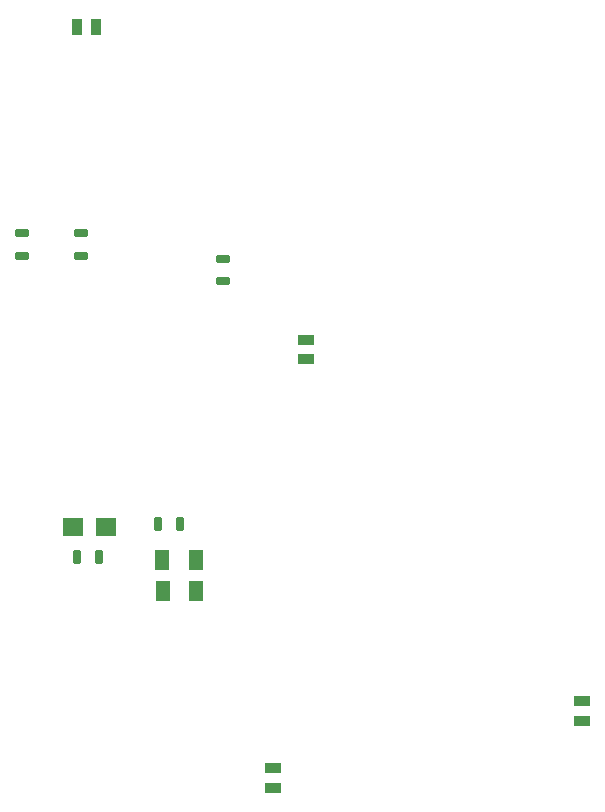
<source format=gbr>
%TF.GenerationSoftware,Altium Limited,Altium Designer,25.6.2 (33)*%
G04 Layer_Color=8421504*
%FSLAX45Y45*%
%MOMM*%
%TF.SameCoordinates,D625FAC1-649B-4139-A42B-0E7AE4161345*%
%TF.FilePolarity,Positive*%
%TF.FileFunction,Paste,Top*%
%TF.Part,Single*%
G01*
G75*
%TA.AperFunction,SMDPad,CuDef*%
%ADD10R,1.15606X1.75822*%
G04:AMPARAMS|DCode=11|XSize=0.7mm|YSize=1.25mm|CornerRadius=0.175mm|HoleSize=0mm|Usage=FLASHONLY|Rotation=180.000|XOffset=0mm|YOffset=0mm|HoleType=Round|Shape=RoundedRectangle|*
%AMROUNDEDRECTD11*
21,1,0.70000,0.90000,0,0,180.0*
21,1,0.35000,1.25000,0,0,180.0*
1,1,0.35000,-0.17500,0.45000*
1,1,0.35000,0.17500,0.45000*
1,1,0.35000,0.17500,-0.45000*
1,1,0.35000,-0.17500,-0.45000*
%
%ADD11ROUNDEDRECTD11*%
G04:AMPARAMS|DCode=12|XSize=0.7mm|YSize=1.25mm|CornerRadius=0.175mm|HoleSize=0mm|Usage=FLASHONLY|Rotation=270.000|XOffset=0mm|YOffset=0mm|HoleType=Round|Shape=RoundedRectangle|*
%AMROUNDEDRECTD12*
21,1,0.70000,0.90000,0,0,270.0*
21,1,0.35000,1.25000,0,0,270.0*
1,1,0.35000,-0.45000,-0.17500*
1,1,0.35000,-0.45000,0.17500*
1,1,0.35000,0.45000,0.17500*
1,1,0.35000,0.45000,-0.17500*
%
%ADD12ROUNDEDRECTD12*%
%ADD13R,0.85000X1.35000*%
%ADD14R,1.35000X0.85000*%
%ADD15R,1.75000X1.50000*%
D10*
X5029200Y4064000D02*
D03*
X4743983D02*
D03*
X4746892Y3797300D02*
D03*
X5032108D02*
D03*
D11*
X4895600Y4368800D02*
D03*
X4209800Y4089400D02*
D03*
X4705600Y4368800D02*
D03*
X4019800Y4089400D02*
D03*
D12*
X3556000Y6826000D02*
D03*
X4051300D02*
D03*
X3556000Y6636000D02*
D03*
X5257800Y6420100D02*
D03*
X4051300Y6636000D02*
D03*
X5257800Y6610100D02*
D03*
D13*
X4017500Y8575000D02*
D03*
X4182500D02*
D03*
D14*
X5956300Y5924500D02*
D03*
X5676900Y2133600D02*
D03*
X8300000Y2700000D02*
D03*
X5956300Y5759500D02*
D03*
X5676900Y2298600D02*
D03*
X8300000Y2865000D02*
D03*
D15*
X4265000Y4343400D02*
D03*
X3990000D02*
D03*
%TF.MD5,f06586614c77a0fa7eac50033fa5dda3*%
M02*

</source>
